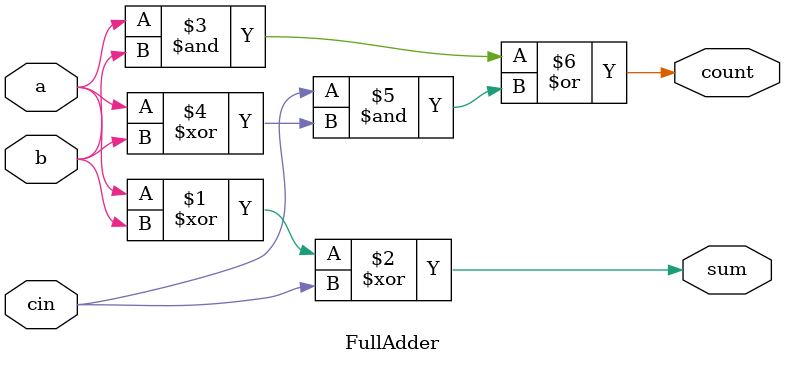
<source format=sv>
module FullAdder (
    input a, b, cin,
    output sum, count
);

assign sum = a ^ b ^ cin;
assign count = (a & b) | (cin & (a ^ b));
    
endmodule
</source>
